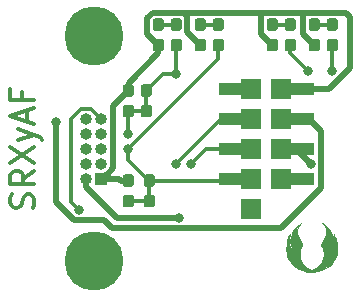
<source format=gbr>
G04 #@! TF.GenerationSoftware,KiCad,Pcbnew,(5.1.4)-1*
G04 #@! TF.CreationDate,2020-01-13T04:09:21-05:00*
G04 #@! TF.ProjectId,SRXBreakout,53525842-7265-4616-9b6f-75742e6b6963,rev?*
G04 #@! TF.SameCoordinates,Original*
G04 #@! TF.FileFunction,Copper,L1,Top*
G04 #@! TF.FilePolarity,Positive*
%FSLAX46Y46*%
G04 Gerber Fmt 4.6, Leading zero omitted, Abs format (unit mm)*
G04 Created by KiCad (PCBNEW (5.1.4)-1) date 2020-01-13 04:09:21*
%MOMM*%
%LPD*%
G04 APERTURE LIST*
%ADD10C,0.300000*%
%ADD11C,0.010000*%
%ADD12R,1.000000X1.000000*%
%ADD13O,1.000000X1.000000*%
%ADD14R,3.150000X1.000000*%
%ADD15C,0.100000*%
%ADD16C,0.950000*%
%ADD17R,1.700000X1.700000*%
%ADD18C,5.000000*%
%ADD19C,0.800000*%
%ADD20C,0.350000*%
%ADD21C,0.400000*%
%ADD22C,0.500000*%
G04 APERTURE END LIST*
D10*
X150415523Y-119300000D02*
X150510761Y-119014285D01*
X150510761Y-118538095D01*
X150415523Y-118347619D01*
X150320285Y-118252380D01*
X150129809Y-118157142D01*
X149939333Y-118157142D01*
X149748857Y-118252380D01*
X149653619Y-118347619D01*
X149558380Y-118538095D01*
X149463142Y-118919047D01*
X149367904Y-119109523D01*
X149272666Y-119204761D01*
X149082190Y-119300000D01*
X148891714Y-119300000D01*
X148701238Y-119204761D01*
X148606000Y-119109523D01*
X148510761Y-118919047D01*
X148510761Y-118442857D01*
X148606000Y-118157142D01*
X150510761Y-116157142D02*
X149558380Y-116823809D01*
X150510761Y-117300000D02*
X148510761Y-117300000D01*
X148510761Y-116538095D01*
X148606000Y-116347619D01*
X148701238Y-116252380D01*
X148891714Y-116157142D01*
X149177428Y-116157142D01*
X149367904Y-116252380D01*
X149463142Y-116347619D01*
X149558380Y-116538095D01*
X149558380Y-117300000D01*
X148510761Y-115490476D02*
X150510761Y-114157142D01*
X148510761Y-114157142D02*
X150510761Y-115490476D01*
X149177428Y-113585714D02*
X150510761Y-113109523D01*
X149177428Y-112633333D02*
X150510761Y-113109523D01*
X150986952Y-113300000D01*
X151082190Y-113395238D01*
X151177428Y-113585714D01*
X149939333Y-111966666D02*
X149939333Y-111014285D01*
X150510761Y-112157142D02*
X148510761Y-111490476D01*
X150510761Y-110823809D01*
X149463142Y-109490476D02*
X149463142Y-110157142D01*
X150510761Y-110157142D02*
X148510761Y-110157142D01*
X148510761Y-109204761D01*
D11*
G36*
X175027167Y-120626175D02*
G01*
X175264694Y-120812234D01*
X175479016Y-121059581D01*
X175652353Y-121345011D01*
X175740480Y-121557124D01*
X175785452Y-121758604D01*
X175806737Y-122001728D01*
X175804147Y-122253005D01*
X175777493Y-122478946D01*
X175746381Y-122598614D01*
X175706360Y-122732972D01*
X175703157Y-122793159D01*
X175731469Y-122776689D01*
X175785994Y-122681079D01*
X175810251Y-122628545D01*
X175918344Y-122313881D01*
X175950796Y-122025023D01*
X175917994Y-121785363D01*
X175888676Y-121658525D01*
X175874802Y-121569443D01*
X175876695Y-121543194D01*
X175901643Y-121569288D01*
X175950420Y-121654156D01*
X176010807Y-121775970D01*
X176063786Y-121898296D01*
X176098747Y-122010763D01*
X176119901Y-122137633D01*
X176131456Y-122303172D01*
X176137104Y-122504002D01*
X176142695Y-122698359D01*
X176150802Y-122861497D01*
X176160280Y-122974807D01*
X176168768Y-123018404D01*
X176173045Y-123090225D01*
X176143784Y-123215048D01*
X176089066Y-123372145D01*
X176016972Y-123540786D01*
X175935581Y-123700241D01*
X175852973Y-123829782D01*
X175851989Y-123831095D01*
X175622649Y-124091323D01*
X175356618Y-124301951D01*
X175030471Y-124481494D01*
X175027167Y-124483037D01*
X174593810Y-124646618D01*
X174173865Y-124727195D01*
X173768107Y-124724640D01*
X173661941Y-124709825D01*
X173431112Y-124653087D01*
X173167275Y-124560192D01*
X172905934Y-124444733D01*
X172745583Y-124358993D01*
X172541154Y-124211530D01*
X172334613Y-124015756D01*
X172151733Y-123799148D01*
X172018290Y-123589180D01*
X172012451Y-123577462D01*
X171962947Y-123468581D01*
X171929137Y-123367053D01*
X171907456Y-123251593D01*
X171894338Y-123100916D01*
X171886217Y-122893736D01*
X171884070Y-122811180D01*
X171891209Y-122411659D01*
X171935118Y-122079242D01*
X172017705Y-121803881D01*
X172109315Y-121623667D01*
X172174973Y-121517833D01*
X172145441Y-121623667D01*
X172104327Y-121860646D01*
X172101780Y-122114420D01*
X172134710Y-122359658D01*
X172200029Y-122571027D01*
X172277091Y-122703167D01*
X172345912Y-122787833D01*
X172317493Y-122703167D01*
X172249085Y-122409723D01*
X172225604Y-122094092D01*
X172249632Y-121805670D01*
X172336933Y-121486207D01*
X172479751Y-121202363D01*
X172689792Y-120932995D01*
X172789786Y-120829916D01*
X172912852Y-120715273D01*
X173016274Y-120629540D01*
X173091491Y-120577173D01*
X173129944Y-120562626D01*
X173123073Y-120590353D01*
X173062318Y-120664808D01*
X173019205Y-120710537D01*
X172879639Y-120912705D01*
X172807638Y-121153254D01*
X172802369Y-121420665D01*
X172863002Y-121703416D01*
X172988703Y-121989986D01*
X173127002Y-122202925D01*
X173191789Y-122292648D01*
X173218983Y-122358105D01*
X173209035Y-122428897D01*
X173162396Y-122534627D01*
X173132969Y-122594551D01*
X173059344Y-122812496D01*
X173021746Y-123073130D01*
X173021133Y-123343849D01*
X173058462Y-123592046D01*
X173099982Y-123717783D01*
X173223096Y-123944549D01*
X173383113Y-124152988D01*
X173565093Y-124329694D01*
X173754099Y-124461261D01*
X173935192Y-124534283D01*
X174021380Y-124544667D01*
X174186585Y-124507815D01*
X174369808Y-124405828D01*
X174556104Y-124251556D01*
X174730526Y-124057848D01*
X174878129Y-123837556D01*
X174907642Y-123782667D01*
X174971592Y-123643717D01*
X175007959Y-123516973D01*
X175023964Y-123367849D01*
X175026960Y-123211167D01*
X175021247Y-123012732D01*
X174998985Y-122861222D01*
X174952779Y-122719391D01*
X174910092Y-122622605D01*
X174848337Y-122486374D01*
X174820482Y-122401534D01*
X174823566Y-122343255D01*
X174854627Y-122286707D01*
X174867793Y-122267999D01*
X175078179Y-121934092D01*
X175210721Y-121629157D01*
X175265742Y-121349631D01*
X175243563Y-121091951D01*
X175144506Y-120852552D01*
X175011750Y-120673612D01*
X174900167Y-120549057D01*
X175027167Y-120626175D01*
X175027167Y-120626175D01*
G37*
X175027167Y-120626175D02*
X175264694Y-120812234D01*
X175479016Y-121059581D01*
X175652353Y-121345011D01*
X175740480Y-121557124D01*
X175785452Y-121758604D01*
X175806737Y-122001728D01*
X175804147Y-122253005D01*
X175777493Y-122478946D01*
X175746381Y-122598614D01*
X175706360Y-122732972D01*
X175703157Y-122793159D01*
X175731469Y-122776689D01*
X175785994Y-122681079D01*
X175810251Y-122628545D01*
X175918344Y-122313881D01*
X175950796Y-122025023D01*
X175917994Y-121785363D01*
X175888676Y-121658525D01*
X175874802Y-121569443D01*
X175876695Y-121543194D01*
X175901643Y-121569288D01*
X175950420Y-121654156D01*
X176010807Y-121775970D01*
X176063786Y-121898296D01*
X176098747Y-122010763D01*
X176119901Y-122137633D01*
X176131456Y-122303172D01*
X176137104Y-122504002D01*
X176142695Y-122698359D01*
X176150802Y-122861497D01*
X176160280Y-122974807D01*
X176168768Y-123018404D01*
X176173045Y-123090225D01*
X176143784Y-123215048D01*
X176089066Y-123372145D01*
X176016972Y-123540786D01*
X175935581Y-123700241D01*
X175852973Y-123829782D01*
X175851989Y-123831095D01*
X175622649Y-124091323D01*
X175356618Y-124301951D01*
X175030471Y-124481494D01*
X175027167Y-124483037D01*
X174593810Y-124646618D01*
X174173865Y-124727195D01*
X173768107Y-124724640D01*
X173661941Y-124709825D01*
X173431112Y-124653087D01*
X173167275Y-124560192D01*
X172905934Y-124444733D01*
X172745583Y-124358993D01*
X172541154Y-124211530D01*
X172334613Y-124015756D01*
X172151733Y-123799148D01*
X172018290Y-123589180D01*
X172012451Y-123577462D01*
X171962947Y-123468581D01*
X171929137Y-123367053D01*
X171907456Y-123251593D01*
X171894338Y-123100916D01*
X171886217Y-122893736D01*
X171884070Y-122811180D01*
X171891209Y-122411659D01*
X171935118Y-122079242D01*
X172017705Y-121803881D01*
X172109315Y-121623667D01*
X172174973Y-121517833D01*
X172145441Y-121623667D01*
X172104327Y-121860646D01*
X172101780Y-122114420D01*
X172134710Y-122359658D01*
X172200029Y-122571027D01*
X172277091Y-122703167D01*
X172345912Y-122787833D01*
X172317493Y-122703167D01*
X172249085Y-122409723D01*
X172225604Y-122094092D01*
X172249632Y-121805670D01*
X172336933Y-121486207D01*
X172479751Y-121202363D01*
X172689792Y-120932995D01*
X172789786Y-120829916D01*
X172912852Y-120715273D01*
X173016274Y-120629540D01*
X173091491Y-120577173D01*
X173129944Y-120562626D01*
X173123073Y-120590353D01*
X173062318Y-120664808D01*
X173019205Y-120710537D01*
X172879639Y-120912705D01*
X172807638Y-121153254D01*
X172802369Y-121420665D01*
X172863002Y-121703416D01*
X172988703Y-121989986D01*
X173127002Y-122202925D01*
X173191789Y-122292648D01*
X173218983Y-122358105D01*
X173209035Y-122428897D01*
X173162396Y-122534627D01*
X173132969Y-122594551D01*
X173059344Y-122812496D01*
X173021746Y-123073130D01*
X173021133Y-123343849D01*
X173058462Y-123592046D01*
X173099982Y-123717783D01*
X173223096Y-123944549D01*
X173383113Y-124152988D01*
X173565093Y-124329694D01*
X173754099Y-124461261D01*
X173935192Y-124534283D01*
X174021380Y-124544667D01*
X174186585Y-124507815D01*
X174369808Y-124405828D01*
X174556104Y-124251556D01*
X174730526Y-124057848D01*
X174878129Y-123837556D01*
X174907642Y-123782667D01*
X174971592Y-123643717D01*
X175007959Y-123516973D01*
X175023964Y-123367849D01*
X175026960Y-123211167D01*
X175021247Y-123012732D01*
X174998985Y-122861222D01*
X174952779Y-122719391D01*
X174910092Y-122622605D01*
X174848337Y-122486374D01*
X174820482Y-122401534D01*
X174823566Y-122343255D01*
X174854627Y-122286707D01*
X174867793Y-122267999D01*
X175078179Y-121934092D01*
X175210721Y-121629157D01*
X175265742Y-121349631D01*
X175243563Y-121091951D01*
X175144506Y-120852552D01*
X175011750Y-120673612D01*
X174900167Y-120549057D01*
X175027167Y-120626175D01*
D12*
X156210000Y-116840000D03*
D13*
X154940000Y-116840000D03*
X156210000Y-115570000D03*
X154940000Y-115570000D03*
X156210000Y-114300000D03*
X154940000Y-114300000D03*
X156210000Y-113030000D03*
X154940000Y-113030000D03*
X156210000Y-111760000D03*
X154940000Y-111760000D03*
D14*
X167655000Y-109220000D03*
X172705000Y-109220000D03*
X167655000Y-111760000D03*
X172705000Y-111760000D03*
X167655000Y-114300000D03*
X172705000Y-114300000D03*
X167655000Y-116840000D03*
X172705000Y-116840000D03*
D15*
G36*
X160280779Y-108837144D02*
G01*
X160303834Y-108840563D01*
X160326443Y-108846227D01*
X160348387Y-108854079D01*
X160369457Y-108864044D01*
X160389448Y-108876026D01*
X160408168Y-108889910D01*
X160425438Y-108905562D01*
X160441090Y-108922832D01*
X160454974Y-108941552D01*
X160466956Y-108961543D01*
X160476921Y-108982613D01*
X160484773Y-109004557D01*
X160490437Y-109027166D01*
X160493856Y-109050221D01*
X160495000Y-109073500D01*
X160495000Y-109648500D01*
X160493856Y-109671779D01*
X160490437Y-109694834D01*
X160484773Y-109717443D01*
X160476921Y-109739387D01*
X160466956Y-109760457D01*
X160454974Y-109780448D01*
X160441090Y-109799168D01*
X160425438Y-109816438D01*
X160408168Y-109832090D01*
X160389448Y-109845974D01*
X160369457Y-109857956D01*
X160348387Y-109867921D01*
X160326443Y-109875773D01*
X160303834Y-109881437D01*
X160280779Y-109884856D01*
X160257500Y-109886000D01*
X159782500Y-109886000D01*
X159759221Y-109884856D01*
X159736166Y-109881437D01*
X159713557Y-109875773D01*
X159691613Y-109867921D01*
X159670543Y-109857956D01*
X159650552Y-109845974D01*
X159631832Y-109832090D01*
X159614562Y-109816438D01*
X159598910Y-109799168D01*
X159585026Y-109780448D01*
X159573044Y-109760457D01*
X159563079Y-109739387D01*
X159555227Y-109717443D01*
X159549563Y-109694834D01*
X159546144Y-109671779D01*
X159545000Y-109648500D01*
X159545000Y-109073500D01*
X159546144Y-109050221D01*
X159549563Y-109027166D01*
X159555227Y-109004557D01*
X159563079Y-108982613D01*
X159573044Y-108961543D01*
X159585026Y-108941552D01*
X159598910Y-108922832D01*
X159614562Y-108905562D01*
X159631832Y-108889910D01*
X159650552Y-108876026D01*
X159670543Y-108864044D01*
X159691613Y-108854079D01*
X159713557Y-108846227D01*
X159736166Y-108840563D01*
X159759221Y-108837144D01*
X159782500Y-108836000D01*
X160257500Y-108836000D01*
X160280779Y-108837144D01*
X160280779Y-108837144D01*
G37*
D16*
X160020000Y-109361000D03*
D15*
G36*
X160280779Y-110587144D02*
G01*
X160303834Y-110590563D01*
X160326443Y-110596227D01*
X160348387Y-110604079D01*
X160369457Y-110614044D01*
X160389448Y-110626026D01*
X160408168Y-110639910D01*
X160425438Y-110655562D01*
X160441090Y-110672832D01*
X160454974Y-110691552D01*
X160466956Y-110711543D01*
X160476921Y-110732613D01*
X160484773Y-110754557D01*
X160490437Y-110777166D01*
X160493856Y-110800221D01*
X160495000Y-110823500D01*
X160495000Y-111398500D01*
X160493856Y-111421779D01*
X160490437Y-111444834D01*
X160484773Y-111467443D01*
X160476921Y-111489387D01*
X160466956Y-111510457D01*
X160454974Y-111530448D01*
X160441090Y-111549168D01*
X160425438Y-111566438D01*
X160408168Y-111582090D01*
X160389448Y-111595974D01*
X160369457Y-111607956D01*
X160348387Y-111617921D01*
X160326443Y-111625773D01*
X160303834Y-111631437D01*
X160280779Y-111634856D01*
X160257500Y-111636000D01*
X159782500Y-111636000D01*
X159759221Y-111634856D01*
X159736166Y-111631437D01*
X159713557Y-111625773D01*
X159691613Y-111617921D01*
X159670543Y-111607956D01*
X159650552Y-111595974D01*
X159631832Y-111582090D01*
X159614562Y-111566438D01*
X159598910Y-111549168D01*
X159585026Y-111530448D01*
X159573044Y-111510457D01*
X159563079Y-111489387D01*
X159555227Y-111467443D01*
X159549563Y-111444834D01*
X159546144Y-111421779D01*
X159545000Y-111398500D01*
X159545000Y-110823500D01*
X159546144Y-110800221D01*
X159549563Y-110777166D01*
X159555227Y-110754557D01*
X159563079Y-110732613D01*
X159573044Y-110711543D01*
X159585026Y-110691552D01*
X159598910Y-110672832D01*
X159614562Y-110655562D01*
X159631832Y-110639910D01*
X159650552Y-110626026D01*
X159670543Y-110614044D01*
X159691613Y-110604079D01*
X159713557Y-110596227D01*
X159736166Y-110590563D01*
X159759221Y-110587144D01*
X159782500Y-110586000D01*
X160257500Y-110586000D01*
X160280779Y-110587144D01*
X160280779Y-110587144D01*
G37*
D16*
X160020000Y-111111000D03*
D15*
G36*
X160534779Y-118207144D02*
G01*
X160557834Y-118210563D01*
X160580443Y-118216227D01*
X160602387Y-118224079D01*
X160623457Y-118234044D01*
X160643448Y-118246026D01*
X160662168Y-118259910D01*
X160679438Y-118275562D01*
X160695090Y-118292832D01*
X160708974Y-118311552D01*
X160720956Y-118331543D01*
X160730921Y-118352613D01*
X160738773Y-118374557D01*
X160744437Y-118397166D01*
X160747856Y-118420221D01*
X160749000Y-118443500D01*
X160749000Y-119018500D01*
X160747856Y-119041779D01*
X160744437Y-119064834D01*
X160738773Y-119087443D01*
X160730921Y-119109387D01*
X160720956Y-119130457D01*
X160708974Y-119150448D01*
X160695090Y-119169168D01*
X160679438Y-119186438D01*
X160662168Y-119202090D01*
X160643448Y-119215974D01*
X160623457Y-119227956D01*
X160602387Y-119237921D01*
X160580443Y-119245773D01*
X160557834Y-119251437D01*
X160534779Y-119254856D01*
X160511500Y-119256000D01*
X160036500Y-119256000D01*
X160013221Y-119254856D01*
X159990166Y-119251437D01*
X159967557Y-119245773D01*
X159945613Y-119237921D01*
X159924543Y-119227956D01*
X159904552Y-119215974D01*
X159885832Y-119202090D01*
X159868562Y-119186438D01*
X159852910Y-119169168D01*
X159839026Y-119150448D01*
X159827044Y-119130457D01*
X159817079Y-119109387D01*
X159809227Y-119087443D01*
X159803563Y-119064834D01*
X159800144Y-119041779D01*
X159799000Y-119018500D01*
X159799000Y-118443500D01*
X159800144Y-118420221D01*
X159803563Y-118397166D01*
X159809227Y-118374557D01*
X159817079Y-118352613D01*
X159827044Y-118331543D01*
X159839026Y-118311552D01*
X159852910Y-118292832D01*
X159868562Y-118275562D01*
X159885832Y-118259910D01*
X159904552Y-118246026D01*
X159924543Y-118234044D01*
X159945613Y-118224079D01*
X159967557Y-118216227D01*
X159990166Y-118210563D01*
X160013221Y-118207144D01*
X160036500Y-118206000D01*
X160511500Y-118206000D01*
X160534779Y-118207144D01*
X160534779Y-118207144D01*
G37*
D16*
X160274000Y-118731000D03*
D15*
G36*
X160534779Y-116457144D02*
G01*
X160557834Y-116460563D01*
X160580443Y-116466227D01*
X160602387Y-116474079D01*
X160623457Y-116484044D01*
X160643448Y-116496026D01*
X160662168Y-116509910D01*
X160679438Y-116525562D01*
X160695090Y-116542832D01*
X160708974Y-116561552D01*
X160720956Y-116581543D01*
X160730921Y-116602613D01*
X160738773Y-116624557D01*
X160744437Y-116647166D01*
X160747856Y-116670221D01*
X160749000Y-116693500D01*
X160749000Y-117268500D01*
X160747856Y-117291779D01*
X160744437Y-117314834D01*
X160738773Y-117337443D01*
X160730921Y-117359387D01*
X160720956Y-117380457D01*
X160708974Y-117400448D01*
X160695090Y-117419168D01*
X160679438Y-117436438D01*
X160662168Y-117452090D01*
X160643448Y-117465974D01*
X160623457Y-117477956D01*
X160602387Y-117487921D01*
X160580443Y-117495773D01*
X160557834Y-117501437D01*
X160534779Y-117504856D01*
X160511500Y-117506000D01*
X160036500Y-117506000D01*
X160013221Y-117504856D01*
X159990166Y-117501437D01*
X159967557Y-117495773D01*
X159945613Y-117487921D01*
X159924543Y-117477956D01*
X159904552Y-117465974D01*
X159885832Y-117452090D01*
X159868562Y-117436438D01*
X159852910Y-117419168D01*
X159839026Y-117400448D01*
X159827044Y-117380457D01*
X159817079Y-117359387D01*
X159809227Y-117337443D01*
X159803563Y-117314834D01*
X159800144Y-117291779D01*
X159799000Y-117268500D01*
X159799000Y-116693500D01*
X159800144Y-116670221D01*
X159803563Y-116647166D01*
X159809227Y-116624557D01*
X159817079Y-116602613D01*
X159827044Y-116581543D01*
X159839026Y-116561552D01*
X159852910Y-116542832D01*
X159868562Y-116525562D01*
X159885832Y-116509910D01*
X159904552Y-116496026D01*
X159924543Y-116484044D01*
X159945613Y-116474079D01*
X159967557Y-116466227D01*
X159990166Y-116460563D01*
X160013221Y-116457144D01*
X160036500Y-116456000D01*
X160511500Y-116456000D01*
X160534779Y-116457144D01*
X160534779Y-116457144D01*
G37*
D16*
X160274000Y-116981000D03*
D15*
G36*
X176028779Y-103249144D02*
G01*
X176051834Y-103252563D01*
X176074443Y-103258227D01*
X176096387Y-103266079D01*
X176117457Y-103276044D01*
X176137448Y-103288026D01*
X176156168Y-103301910D01*
X176173438Y-103317562D01*
X176189090Y-103334832D01*
X176202974Y-103353552D01*
X176214956Y-103373543D01*
X176224921Y-103394613D01*
X176232773Y-103416557D01*
X176238437Y-103439166D01*
X176241856Y-103462221D01*
X176243000Y-103485500D01*
X176243000Y-104060500D01*
X176241856Y-104083779D01*
X176238437Y-104106834D01*
X176232773Y-104129443D01*
X176224921Y-104151387D01*
X176214956Y-104172457D01*
X176202974Y-104192448D01*
X176189090Y-104211168D01*
X176173438Y-104228438D01*
X176156168Y-104244090D01*
X176137448Y-104257974D01*
X176117457Y-104269956D01*
X176096387Y-104279921D01*
X176074443Y-104287773D01*
X176051834Y-104293437D01*
X176028779Y-104296856D01*
X176005500Y-104298000D01*
X175530500Y-104298000D01*
X175507221Y-104296856D01*
X175484166Y-104293437D01*
X175461557Y-104287773D01*
X175439613Y-104279921D01*
X175418543Y-104269956D01*
X175398552Y-104257974D01*
X175379832Y-104244090D01*
X175362562Y-104228438D01*
X175346910Y-104211168D01*
X175333026Y-104192448D01*
X175321044Y-104172457D01*
X175311079Y-104151387D01*
X175303227Y-104129443D01*
X175297563Y-104106834D01*
X175294144Y-104083779D01*
X175293000Y-104060500D01*
X175293000Y-103485500D01*
X175294144Y-103462221D01*
X175297563Y-103439166D01*
X175303227Y-103416557D01*
X175311079Y-103394613D01*
X175321044Y-103373543D01*
X175333026Y-103353552D01*
X175346910Y-103334832D01*
X175362562Y-103317562D01*
X175379832Y-103301910D01*
X175398552Y-103288026D01*
X175418543Y-103276044D01*
X175439613Y-103266079D01*
X175461557Y-103258227D01*
X175484166Y-103252563D01*
X175507221Y-103249144D01*
X175530500Y-103248000D01*
X176005500Y-103248000D01*
X176028779Y-103249144D01*
X176028779Y-103249144D01*
G37*
D16*
X175768000Y-103773000D03*
D15*
G36*
X176028779Y-104999144D02*
G01*
X176051834Y-105002563D01*
X176074443Y-105008227D01*
X176096387Y-105016079D01*
X176117457Y-105026044D01*
X176137448Y-105038026D01*
X176156168Y-105051910D01*
X176173438Y-105067562D01*
X176189090Y-105084832D01*
X176202974Y-105103552D01*
X176214956Y-105123543D01*
X176224921Y-105144613D01*
X176232773Y-105166557D01*
X176238437Y-105189166D01*
X176241856Y-105212221D01*
X176243000Y-105235500D01*
X176243000Y-105810500D01*
X176241856Y-105833779D01*
X176238437Y-105856834D01*
X176232773Y-105879443D01*
X176224921Y-105901387D01*
X176214956Y-105922457D01*
X176202974Y-105942448D01*
X176189090Y-105961168D01*
X176173438Y-105978438D01*
X176156168Y-105994090D01*
X176137448Y-106007974D01*
X176117457Y-106019956D01*
X176096387Y-106029921D01*
X176074443Y-106037773D01*
X176051834Y-106043437D01*
X176028779Y-106046856D01*
X176005500Y-106048000D01*
X175530500Y-106048000D01*
X175507221Y-106046856D01*
X175484166Y-106043437D01*
X175461557Y-106037773D01*
X175439613Y-106029921D01*
X175418543Y-106019956D01*
X175398552Y-106007974D01*
X175379832Y-105994090D01*
X175362562Y-105978438D01*
X175346910Y-105961168D01*
X175333026Y-105942448D01*
X175321044Y-105922457D01*
X175311079Y-105901387D01*
X175303227Y-105879443D01*
X175297563Y-105856834D01*
X175294144Y-105833779D01*
X175293000Y-105810500D01*
X175293000Y-105235500D01*
X175294144Y-105212221D01*
X175297563Y-105189166D01*
X175303227Y-105166557D01*
X175311079Y-105144613D01*
X175321044Y-105123543D01*
X175333026Y-105103552D01*
X175346910Y-105084832D01*
X175362562Y-105067562D01*
X175379832Y-105051910D01*
X175398552Y-105038026D01*
X175418543Y-105026044D01*
X175439613Y-105016079D01*
X175461557Y-105008227D01*
X175484166Y-105002563D01*
X175507221Y-104999144D01*
X175530500Y-104998000D01*
X176005500Y-104998000D01*
X176028779Y-104999144D01*
X176028779Y-104999144D01*
G37*
D16*
X175768000Y-105523000D03*
D15*
G36*
X172472779Y-104999144D02*
G01*
X172495834Y-105002563D01*
X172518443Y-105008227D01*
X172540387Y-105016079D01*
X172561457Y-105026044D01*
X172581448Y-105038026D01*
X172600168Y-105051910D01*
X172617438Y-105067562D01*
X172633090Y-105084832D01*
X172646974Y-105103552D01*
X172658956Y-105123543D01*
X172668921Y-105144613D01*
X172676773Y-105166557D01*
X172682437Y-105189166D01*
X172685856Y-105212221D01*
X172687000Y-105235500D01*
X172687000Y-105810500D01*
X172685856Y-105833779D01*
X172682437Y-105856834D01*
X172676773Y-105879443D01*
X172668921Y-105901387D01*
X172658956Y-105922457D01*
X172646974Y-105942448D01*
X172633090Y-105961168D01*
X172617438Y-105978438D01*
X172600168Y-105994090D01*
X172581448Y-106007974D01*
X172561457Y-106019956D01*
X172540387Y-106029921D01*
X172518443Y-106037773D01*
X172495834Y-106043437D01*
X172472779Y-106046856D01*
X172449500Y-106048000D01*
X171974500Y-106048000D01*
X171951221Y-106046856D01*
X171928166Y-106043437D01*
X171905557Y-106037773D01*
X171883613Y-106029921D01*
X171862543Y-106019956D01*
X171842552Y-106007974D01*
X171823832Y-105994090D01*
X171806562Y-105978438D01*
X171790910Y-105961168D01*
X171777026Y-105942448D01*
X171765044Y-105922457D01*
X171755079Y-105901387D01*
X171747227Y-105879443D01*
X171741563Y-105856834D01*
X171738144Y-105833779D01*
X171737000Y-105810500D01*
X171737000Y-105235500D01*
X171738144Y-105212221D01*
X171741563Y-105189166D01*
X171747227Y-105166557D01*
X171755079Y-105144613D01*
X171765044Y-105123543D01*
X171777026Y-105103552D01*
X171790910Y-105084832D01*
X171806562Y-105067562D01*
X171823832Y-105051910D01*
X171842552Y-105038026D01*
X171862543Y-105026044D01*
X171883613Y-105016079D01*
X171905557Y-105008227D01*
X171928166Y-105002563D01*
X171951221Y-104999144D01*
X171974500Y-104998000D01*
X172449500Y-104998000D01*
X172472779Y-104999144D01*
X172472779Y-104999144D01*
G37*
D16*
X172212000Y-105523000D03*
D15*
G36*
X172472779Y-103249144D02*
G01*
X172495834Y-103252563D01*
X172518443Y-103258227D01*
X172540387Y-103266079D01*
X172561457Y-103276044D01*
X172581448Y-103288026D01*
X172600168Y-103301910D01*
X172617438Y-103317562D01*
X172633090Y-103334832D01*
X172646974Y-103353552D01*
X172658956Y-103373543D01*
X172668921Y-103394613D01*
X172676773Y-103416557D01*
X172682437Y-103439166D01*
X172685856Y-103462221D01*
X172687000Y-103485500D01*
X172687000Y-104060500D01*
X172685856Y-104083779D01*
X172682437Y-104106834D01*
X172676773Y-104129443D01*
X172668921Y-104151387D01*
X172658956Y-104172457D01*
X172646974Y-104192448D01*
X172633090Y-104211168D01*
X172617438Y-104228438D01*
X172600168Y-104244090D01*
X172581448Y-104257974D01*
X172561457Y-104269956D01*
X172540387Y-104279921D01*
X172518443Y-104287773D01*
X172495834Y-104293437D01*
X172472779Y-104296856D01*
X172449500Y-104298000D01*
X171974500Y-104298000D01*
X171951221Y-104296856D01*
X171928166Y-104293437D01*
X171905557Y-104287773D01*
X171883613Y-104279921D01*
X171862543Y-104269956D01*
X171842552Y-104257974D01*
X171823832Y-104244090D01*
X171806562Y-104228438D01*
X171790910Y-104211168D01*
X171777026Y-104192448D01*
X171765044Y-104172457D01*
X171755079Y-104151387D01*
X171747227Y-104129443D01*
X171741563Y-104106834D01*
X171738144Y-104083779D01*
X171737000Y-104060500D01*
X171737000Y-103485500D01*
X171738144Y-103462221D01*
X171741563Y-103439166D01*
X171747227Y-103416557D01*
X171755079Y-103394613D01*
X171765044Y-103373543D01*
X171777026Y-103353552D01*
X171790910Y-103334832D01*
X171806562Y-103317562D01*
X171823832Y-103301910D01*
X171842552Y-103288026D01*
X171862543Y-103276044D01*
X171883613Y-103266079D01*
X171905557Y-103258227D01*
X171928166Y-103252563D01*
X171951221Y-103249144D01*
X171974500Y-103248000D01*
X172449500Y-103248000D01*
X172472779Y-103249144D01*
X172472779Y-103249144D01*
G37*
D16*
X172212000Y-103773000D03*
D15*
G36*
X166376779Y-103249144D02*
G01*
X166399834Y-103252563D01*
X166422443Y-103258227D01*
X166444387Y-103266079D01*
X166465457Y-103276044D01*
X166485448Y-103288026D01*
X166504168Y-103301910D01*
X166521438Y-103317562D01*
X166537090Y-103334832D01*
X166550974Y-103353552D01*
X166562956Y-103373543D01*
X166572921Y-103394613D01*
X166580773Y-103416557D01*
X166586437Y-103439166D01*
X166589856Y-103462221D01*
X166591000Y-103485500D01*
X166591000Y-104060500D01*
X166589856Y-104083779D01*
X166586437Y-104106834D01*
X166580773Y-104129443D01*
X166572921Y-104151387D01*
X166562956Y-104172457D01*
X166550974Y-104192448D01*
X166537090Y-104211168D01*
X166521438Y-104228438D01*
X166504168Y-104244090D01*
X166485448Y-104257974D01*
X166465457Y-104269956D01*
X166444387Y-104279921D01*
X166422443Y-104287773D01*
X166399834Y-104293437D01*
X166376779Y-104296856D01*
X166353500Y-104298000D01*
X165878500Y-104298000D01*
X165855221Y-104296856D01*
X165832166Y-104293437D01*
X165809557Y-104287773D01*
X165787613Y-104279921D01*
X165766543Y-104269956D01*
X165746552Y-104257974D01*
X165727832Y-104244090D01*
X165710562Y-104228438D01*
X165694910Y-104211168D01*
X165681026Y-104192448D01*
X165669044Y-104172457D01*
X165659079Y-104151387D01*
X165651227Y-104129443D01*
X165645563Y-104106834D01*
X165642144Y-104083779D01*
X165641000Y-104060500D01*
X165641000Y-103485500D01*
X165642144Y-103462221D01*
X165645563Y-103439166D01*
X165651227Y-103416557D01*
X165659079Y-103394613D01*
X165669044Y-103373543D01*
X165681026Y-103353552D01*
X165694910Y-103334832D01*
X165710562Y-103317562D01*
X165727832Y-103301910D01*
X165746552Y-103288026D01*
X165766543Y-103276044D01*
X165787613Y-103266079D01*
X165809557Y-103258227D01*
X165832166Y-103252563D01*
X165855221Y-103249144D01*
X165878500Y-103248000D01*
X166353500Y-103248000D01*
X166376779Y-103249144D01*
X166376779Y-103249144D01*
G37*
D16*
X166116000Y-103773000D03*
D15*
G36*
X166376779Y-104999144D02*
G01*
X166399834Y-105002563D01*
X166422443Y-105008227D01*
X166444387Y-105016079D01*
X166465457Y-105026044D01*
X166485448Y-105038026D01*
X166504168Y-105051910D01*
X166521438Y-105067562D01*
X166537090Y-105084832D01*
X166550974Y-105103552D01*
X166562956Y-105123543D01*
X166572921Y-105144613D01*
X166580773Y-105166557D01*
X166586437Y-105189166D01*
X166589856Y-105212221D01*
X166591000Y-105235500D01*
X166591000Y-105810500D01*
X166589856Y-105833779D01*
X166586437Y-105856834D01*
X166580773Y-105879443D01*
X166572921Y-105901387D01*
X166562956Y-105922457D01*
X166550974Y-105942448D01*
X166537090Y-105961168D01*
X166521438Y-105978438D01*
X166504168Y-105994090D01*
X166485448Y-106007974D01*
X166465457Y-106019956D01*
X166444387Y-106029921D01*
X166422443Y-106037773D01*
X166399834Y-106043437D01*
X166376779Y-106046856D01*
X166353500Y-106048000D01*
X165878500Y-106048000D01*
X165855221Y-106046856D01*
X165832166Y-106043437D01*
X165809557Y-106037773D01*
X165787613Y-106029921D01*
X165766543Y-106019956D01*
X165746552Y-106007974D01*
X165727832Y-105994090D01*
X165710562Y-105978438D01*
X165694910Y-105961168D01*
X165681026Y-105942448D01*
X165669044Y-105922457D01*
X165659079Y-105901387D01*
X165651227Y-105879443D01*
X165645563Y-105856834D01*
X165642144Y-105833779D01*
X165641000Y-105810500D01*
X165641000Y-105235500D01*
X165642144Y-105212221D01*
X165645563Y-105189166D01*
X165651227Y-105166557D01*
X165659079Y-105144613D01*
X165669044Y-105123543D01*
X165681026Y-105103552D01*
X165694910Y-105084832D01*
X165710562Y-105067562D01*
X165727832Y-105051910D01*
X165746552Y-105038026D01*
X165766543Y-105026044D01*
X165787613Y-105016079D01*
X165809557Y-105008227D01*
X165832166Y-105002563D01*
X165855221Y-104999144D01*
X165878500Y-104998000D01*
X166353500Y-104998000D01*
X166376779Y-104999144D01*
X166376779Y-104999144D01*
G37*
D16*
X166116000Y-105523000D03*
D15*
G36*
X162820779Y-104999144D02*
G01*
X162843834Y-105002563D01*
X162866443Y-105008227D01*
X162888387Y-105016079D01*
X162909457Y-105026044D01*
X162929448Y-105038026D01*
X162948168Y-105051910D01*
X162965438Y-105067562D01*
X162981090Y-105084832D01*
X162994974Y-105103552D01*
X163006956Y-105123543D01*
X163016921Y-105144613D01*
X163024773Y-105166557D01*
X163030437Y-105189166D01*
X163033856Y-105212221D01*
X163035000Y-105235500D01*
X163035000Y-105810500D01*
X163033856Y-105833779D01*
X163030437Y-105856834D01*
X163024773Y-105879443D01*
X163016921Y-105901387D01*
X163006956Y-105922457D01*
X162994974Y-105942448D01*
X162981090Y-105961168D01*
X162965438Y-105978438D01*
X162948168Y-105994090D01*
X162929448Y-106007974D01*
X162909457Y-106019956D01*
X162888387Y-106029921D01*
X162866443Y-106037773D01*
X162843834Y-106043437D01*
X162820779Y-106046856D01*
X162797500Y-106048000D01*
X162322500Y-106048000D01*
X162299221Y-106046856D01*
X162276166Y-106043437D01*
X162253557Y-106037773D01*
X162231613Y-106029921D01*
X162210543Y-106019956D01*
X162190552Y-106007974D01*
X162171832Y-105994090D01*
X162154562Y-105978438D01*
X162138910Y-105961168D01*
X162125026Y-105942448D01*
X162113044Y-105922457D01*
X162103079Y-105901387D01*
X162095227Y-105879443D01*
X162089563Y-105856834D01*
X162086144Y-105833779D01*
X162085000Y-105810500D01*
X162085000Y-105235500D01*
X162086144Y-105212221D01*
X162089563Y-105189166D01*
X162095227Y-105166557D01*
X162103079Y-105144613D01*
X162113044Y-105123543D01*
X162125026Y-105103552D01*
X162138910Y-105084832D01*
X162154562Y-105067562D01*
X162171832Y-105051910D01*
X162190552Y-105038026D01*
X162210543Y-105026044D01*
X162231613Y-105016079D01*
X162253557Y-105008227D01*
X162276166Y-105002563D01*
X162299221Y-104999144D01*
X162322500Y-104998000D01*
X162797500Y-104998000D01*
X162820779Y-104999144D01*
X162820779Y-104999144D01*
G37*
D16*
X162560000Y-105523000D03*
D15*
G36*
X162820779Y-103249144D02*
G01*
X162843834Y-103252563D01*
X162866443Y-103258227D01*
X162888387Y-103266079D01*
X162909457Y-103276044D01*
X162929448Y-103288026D01*
X162948168Y-103301910D01*
X162965438Y-103317562D01*
X162981090Y-103334832D01*
X162994974Y-103353552D01*
X163006956Y-103373543D01*
X163016921Y-103394613D01*
X163024773Y-103416557D01*
X163030437Y-103439166D01*
X163033856Y-103462221D01*
X163035000Y-103485500D01*
X163035000Y-104060500D01*
X163033856Y-104083779D01*
X163030437Y-104106834D01*
X163024773Y-104129443D01*
X163016921Y-104151387D01*
X163006956Y-104172457D01*
X162994974Y-104192448D01*
X162981090Y-104211168D01*
X162965438Y-104228438D01*
X162948168Y-104244090D01*
X162929448Y-104257974D01*
X162909457Y-104269956D01*
X162888387Y-104279921D01*
X162866443Y-104287773D01*
X162843834Y-104293437D01*
X162820779Y-104296856D01*
X162797500Y-104298000D01*
X162322500Y-104298000D01*
X162299221Y-104296856D01*
X162276166Y-104293437D01*
X162253557Y-104287773D01*
X162231613Y-104279921D01*
X162210543Y-104269956D01*
X162190552Y-104257974D01*
X162171832Y-104244090D01*
X162154562Y-104228438D01*
X162138910Y-104211168D01*
X162125026Y-104192448D01*
X162113044Y-104172457D01*
X162103079Y-104151387D01*
X162095227Y-104129443D01*
X162089563Y-104106834D01*
X162086144Y-104083779D01*
X162085000Y-104060500D01*
X162085000Y-103485500D01*
X162086144Y-103462221D01*
X162089563Y-103439166D01*
X162095227Y-103416557D01*
X162103079Y-103394613D01*
X162113044Y-103373543D01*
X162125026Y-103353552D01*
X162138910Y-103334832D01*
X162154562Y-103317562D01*
X162171832Y-103301910D01*
X162190552Y-103288026D01*
X162210543Y-103276044D01*
X162231613Y-103266079D01*
X162253557Y-103258227D01*
X162276166Y-103252563D01*
X162299221Y-103249144D01*
X162322500Y-103248000D01*
X162797500Y-103248000D01*
X162820779Y-103249144D01*
X162820779Y-103249144D01*
G37*
D16*
X162560000Y-103773000D03*
D15*
G36*
X158756779Y-110587144D02*
G01*
X158779834Y-110590563D01*
X158802443Y-110596227D01*
X158824387Y-110604079D01*
X158845457Y-110614044D01*
X158865448Y-110626026D01*
X158884168Y-110639910D01*
X158901438Y-110655562D01*
X158917090Y-110672832D01*
X158930974Y-110691552D01*
X158942956Y-110711543D01*
X158952921Y-110732613D01*
X158960773Y-110754557D01*
X158966437Y-110777166D01*
X158969856Y-110800221D01*
X158971000Y-110823500D01*
X158971000Y-111398500D01*
X158969856Y-111421779D01*
X158966437Y-111444834D01*
X158960773Y-111467443D01*
X158952921Y-111489387D01*
X158942956Y-111510457D01*
X158930974Y-111530448D01*
X158917090Y-111549168D01*
X158901438Y-111566438D01*
X158884168Y-111582090D01*
X158865448Y-111595974D01*
X158845457Y-111607956D01*
X158824387Y-111617921D01*
X158802443Y-111625773D01*
X158779834Y-111631437D01*
X158756779Y-111634856D01*
X158733500Y-111636000D01*
X158258500Y-111636000D01*
X158235221Y-111634856D01*
X158212166Y-111631437D01*
X158189557Y-111625773D01*
X158167613Y-111617921D01*
X158146543Y-111607956D01*
X158126552Y-111595974D01*
X158107832Y-111582090D01*
X158090562Y-111566438D01*
X158074910Y-111549168D01*
X158061026Y-111530448D01*
X158049044Y-111510457D01*
X158039079Y-111489387D01*
X158031227Y-111467443D01*
X158025563Y-111444834D01*
X158022144Y-111421779D01*
X158021000Y-111398500D01*
X158021000Y-110823500D01*
X158022144Y-110800221D01*
X158025563Y-110777166D01*
X158031227Y-110754557D01*
X158039079Y-110732613D01*
X158049044Y-110711543D01*
X158061026Y-110691552D01*
X158074910Y-110672832D01*
X158090562Y-110655562D01*
X158107832Y-110639910D01*
X158126552Y-110626026D01*
X158146543Y-110614044D01*
X158167613Y-110604079D01*
X158189557Y-110596227D01*
X158212166Y-110590563D01*
X158235221Y-110587144D01*
X158258500Y-110586000D01*
X158733500Y-110586000D01*
X158756779Y-110587144D01*
X158756779Y-110587144D01*
G37*
D16*
X158496000Y-111111000D03*
D15*
G36*
X158756779Y-108837144D02*
G01*
X158779834Y-108840563D01*
X158802443Y-108846227D01*
X158824387Y-108854079D01*
X158845457Y-108864044D01*
X158865448Y-108876026D01*
X158884168Y-108889910D01*
X158901438Y-108905562D01*
X158917090Y-108922832D01*
X158930974Y-108941552D01*
X158942956Y-108961543D01*
X158952921Y-108982613D01*
X158960773Y-109004557D01*
X158966437Y-109027166D01*
X158969856Y-109050221D01*
X158971000Y-109073500D01*
X158971000Y-109648500D01*
X158969856Y-109671779D01*
X158966437Y-109694834D01*
X158960773Y-109717443D01*
X158952921Y-109739387D01*
X158942956Y-109760457D01*
X158930974Y-109780448D01*
X158917090Y-109799168D01*
X158901438Y-109816438D01*
X158884168Y-109832090D01*
X158865448Y-109845974D01*
X158845457Y-109857956D01*
X158824387Y-109867921D01*
X158802443Y-109875773D01*
X158779834Y-109881437D01*
X158756779Y-109884856D01*
X158733500Y-109886000D01*
X158258500Y-109886000D01*
X158235221Y-109884856D01*
X158212166Y-109881437D01*
X158189557Y-109875773D01*
X158167613Y-109867921D01*
X158146543Y-109857956D01*
X158126552Y-109845974D01*
X158107832Y-109832090D01*
X158090562Y-109816438D01*
X158074910Y-109799168D01*
X158061026Y-109780448D01*
X158049044Y-109760457D01*
X158039079Y-109739387D01*
X158031227Y-109717443D01*
X158025563Y-109694834D01*
X158022144Y-109671779D01*
X158021000Y-109648500D01*
X158021000Y-109073500D01*
X158022144Y-109050221D01*
X158025563Y-109027166D01*
X158031227Y-109004557D01*
X158039079Y-108982613D01*
X158049044Y-108961543D01*
X158061026Y-108941552D01*
X158074910Y-108922832D01*
X158090562Y-108905562D01*
X158107832Y-108889910D01*
X158126552Y-108876026D01*
X158146543Y-108864044D01*
X158167613Y-108854079D01*
X158189557Y-108846227D01*
X158212166Y-108840563D01*
X158235221Y-108837144D01*
X158258500Y-108836000D01*
X158733500Y-108836000D01*
X158756779Y-108837144D01*
X158756779Y-108837144D01*
G37*
D16*
X158496000Y-109361000D03*
D15*
G36*
X158756779Y-118207144D02*
G01*
X158779834Y-118210563D01*
X158802443Y-118216227D01*
X158824387Y-118224079D01*
X158845457Y-118234044D01*
X158865448Y-118246026D01*
X158884168Y-118259910D01*
X158901438Y-118275562D01*
X158917090Y-118292832D01*
X158930974Y-118311552D01*
X158942956Y-118331543D01*
X158952921Y-118352613D01*
X158960773Y-118374557D01*
X158966437Y-118397166D01*
X158969856Y-118420221D01*
X158971000Y-118443500D01*
X158971000Y-119018500D01*
X158969856Y-119041779D01*
X158966437Y-119064834D01*
X158960773Y-119087443D01*
X158952921Y-119109387D01*
X158942956Y-119130457D01*
X158930974Y-119150448D01*
X158917090Y-119169168D01*
X158901438Y-119186438D01*
X158884168Y-119202090D01*
X158865448Y-119215974D01*
X158845457Y-119227956D01*
X158824387Y-119237921D01*
X158802443Y-119245773D01*
X158779834Y-119251437D01*
X158756779Y-119254856D01*
X158733500Y-119256000D01*
X158258500Y-119256000D01*
X158235221Y-119254856D01*
X158212166Y-119251437D01*
X158189557Y-119245773D01*
X158167613Y-119237921D01*
X158146543Y-119227956D01*
X158126552Y-119215974D01*
X158107832Y-119202090D01*
X158090562Y-119186438D01*
X158074910Y-119169168D01*
X158061026Y-119150448D01*
X158049044Y-119130457D01*
X158039079Y-119109387D01*
X158031227Y-119087443D01*
X158025563Y-119064834D01*
X158022144Y-119041779D01*
X158021000Y-119018500D01*
X158021000Y-118443500D01*
X158022144Y-118420221D01*
X158025563Y-118397166D01*
X158031227Y-118374557D01*
X158039079Y-118352613D01*
X158049044Y-118331543D01*
X158061026Y-118311552D01*
X158074910Y-118292832D01*
X158090562Y-118275562D01*
X158107832Y-118259910D01*
X158126552Y-118246026D01*
X158146543Y-118234044D01*
X158167613Y-118224079D01*
X158189557Y-118216227D01*
X158212166Y-118210563D01*
X158235221Y-118207144D01*
X158258500Y-118206000D01*
X158733500Y-118206000D01*
X158756779Y-118207144D01*
X158756779Y-118207144D01*
G37*
D16*
X158496000Y-118731000D03*
D15*
G36*
X158756779Y-116457144D02*
G01*
X158779834Y-116460563D01*
X158802443Y-116466227D01*
X158824387Y-116474079D01*
X158845457Y-116484044D01*
X158865448Y-116496026D01*
X158884168Y-116509910D01*
X158901438Y-116525562D01*
X158917090Y-116542832D01*
X158930974Y-116561552D01*
X158942956Y-116581543D01*
X158952921Y-116602613D01*
X158960773Y-116624557D01*
X158966437Y-116647166D01*
X158969856Y-116670221D01*
X158971000Y-116693500D01*
X158971000Y-117268500D01*
X158969856Y-117291779D01*
X158966437Y-117314834D01*
X158960773Y-117337443D01*
X158952921Y-117359387D01*
X158942956Y-117380457D01*
X158930974Y-117400448D01*
X158917090Y-117419168D01*
X158901438Y-117436438D01*
X158884168Y-117452090D01*
X158865448Y-117465974D01*
X158845457Y-117477956D01*
X158824387Y-117487921D01*
X158802443Y-117495773D01*
X158779834Y-117501437D01*
X158756779Y-117504856D01*
X158733500Y-117506000D01*
X158258500Y-117506000D01*
X158235221Y-117504856D01*
X158212166Y-117501437D01*
X158189557Y-117495773D01*
X158167613Y-117487921D01*
X158146543Y-117477956D01*
X158126552Y-117465974D01*
X158107832Y-117452090D01*
X158090562Y-117436438D01*
X158074910Y-117419168D01*
X158061026Y-117400448D01*
X158049044Y-117380457D01*
X158039079Y-117359387D01*
X158031227Y-117337443D01*
X158025563Y-117314834D01*
X158022144Y-117291779D01*
X158021000Y-117268500D01*
X158021000Y-116693500D01*
X158022144Y-116670221D01*
X158025563Y-116647166D01*
X158031227Y-116624557D01*
X158039079Y-116602613D01*
X158049044Y-116581543D01*
X158061026Y-116561552D01*
X158074910Y-116542832D01*
X158090562Y-116525562D01*
X158107832Y-116509910D01*
X158126552Y-116496026D01*
X158146543Y-116484044D01*
X158167613Y-116474079D01*
X158189557Y-116466227D01*
X158212166Y-116460563D01*
X158235221Y-116457144D01*
X158258500Y-116456000D01*
X158733500Y-116456000D01*
X158756779Y-116457144D01*
X158756779Y-116457144D01*
G37*
D16*
X158496000Y-116981000D03*
D15*
G36*
X174504779Y-104999144D02*
G01*
X174527834Y-105002563D01*
X174550443Y-105008227D01*
X174572387Y-105016079D01*
X174593457Y-105026044D01*
X174613448Y-105038026D01*
X174632168Y-105051910D01*
X174649438Y-105067562D01*
X174665090Y-105084832D01*
X174678974Y-105103552D01*
X174690956Y-105123543D01*
X174700921Y-105144613D01*
X174708773Y-105166557D01*
X174714437Y-105189166D01*
X174717856Y-105212221D01*
X174719000Y-105235500D01*
X174719000Y-105810500D01*
X174717856Y-105833779D01*
X174714437Y-105856834D01*
X174708773Y-105879443D01*
X174700921Y-105901387D01*
X174690956Y-105922457D01*
X174678974Y-105942448D01*
X174665090Y-105961168D01*
X174649438Y-105978438D01*
X174632168Y-105994090D01*
X174613448Y-106007974D01*
X174593457Y-106019956D01*
X174572387Y-106029921D01*
X174550443Y-106037773D01*
X174527834Y-106043437D01*
X174504779Y-106046856D01*
X174481500Y-106048000D01*
X174006500Y-106048000D01*
X173983221Y-106046856D01*
X173960166Y-106043437D01*
X173937557Y-106037773D01*
X173915613Y-106029921D01*
X173894543Y-106019956D01*
X173874552Y-106007974D01*
X173855832Y-105994090D01*
X173838562Y-105978438D01*
X173822910Y-105961168D01*
X173809026Y-105942448D01*
X173797044Y-105922457D01*
X173787079Y-105901387D01*
X173779227Y-105879443D01*
X173773563Y-105856834D01*
X173770144Y-105833779D01*
X173769000Y-105810500D01*
X173769000Y-105235500D01*
X173770144Y-105212221D01*
X173773563Y-105189166D01*
X173779227Y-105166557D01*
X173787079Y-105144613D01*
X173797044Y-105123543D01*
X173809026Y-105103552D01*
X173822910Y-105084832D01*
X173838562Y-105067562D01*
X173855832Y-105051910D01*
X173874552Y-105038026D01*
X173894543Y-105026044D01*
X173915613Y-105016079D01*
X173937557Y-105008227D01*
X173960166Y-105002563D01*
X173983221Y-104999144D01*
X174006500Y-104998000D01*
X174481500Y-104998000D01*
X174504779Y-104999144D01*
X174504779Y-104999144D01*
G37*
D16*
X174244000Y-105523000D03*
D15*
G36*
X174504779Y-103249144D02*
G01*
X174527834Y-103252563D01*
X174550443Y-103258227D01*
X174572387Y-103266079D01*
X174593457Y-103276044D01*
X174613448Y-103288026D01*
X174632168Y-103301910D01*
X174649438Y-103317562D01*
X174665090Y-103334832D01*
X174678974Y-103353552D01*
X174690956Y-103373543D01*
X174700921Y-103394613D01*
X174708773Y-103416557D01*
X174714437Y-103439166D01*
X174717856Y-103462221D01*
X174719000Y-103485500D01*
X174719000Y-104060500D01*
X174717856Y-104083779D01*
X174714437Y-104106834D01*
X174708773Y-104129443D01*
X174700921Y-104151387D01*
X174690956Y-104172457D01*
X174678974Y-104192448D01*
X174665090Y-104211168D01*
X174649438Y-104228438D01*
X174632168Y-104244090D01*
X174613448Y-104257974D01*
X174593457Y-104269956D01*
X174572387Y-104279921D01*
X174550443Y-104287773D01*
X174527834Y-104293437D01*
X174504779Y-104296856D01*
X174481500Y-104298000D01*
X174006500Y-104298000D01*
X173983221Y-104296856D01*
X173960166Y-104293437D01*
X173937557Y-104287773D01*
X173915613Y-104279921D01*
X173894543Y-104269956D01*
X173874552Y-104257974D01*
X173855832Y-104244090D01*
X173838562Y-104228438D01*
X173822910Y-104211168D01*
X173809026Y-104192448D01*
X173797044Y-104172457D01*
X173787079Y-104151387D01*
X173779227Y-104129443D01*
X173773563Y-104106834D01*
X173770144Y-104083779D01*
X173769000Y-104060500D01*
X173769000Y-103485500D01*
X173770144Y-103462221D01*
X173773563Y-103439166D01*
X173779227Y-103416557D01*
X173787079Y-103394613D01*
X173797044Y-103373543D01*
X173809026Y-103353552D01*
X173822910Y-103334832D01*
X173838562Y-103317562D01*
X173855832Y-103301910D01*
X173874552Y-103288026D01*
X173894543Y-103276044D01*
X173915613Y-103266079D01*
X173937557Y-103258227D01*
X173960166Y-103252563D01*
X173983221Y-103249144D01*
X174006500Y-103248000D01*
X174481500Y-103248000D01*
X174504779Y-103249144D01*
X174504779Y-103249144D01*
G37*
D16*
X174244000Y-103773000D03*
D15*
G36*
X170948779Y-103249144D02*
G01*
X170971834Y-103252563D01*
X170994443Y-103258227D01*
X171016387Y-103266079D01*
X171037457Y-103276044D01*
X171057448Y-103288026D01*
X171076168Y-103301910D01*
X171093438Y-103317562D01*
X171109090Y-103334832D01*
X171122974Y-103353552D01*
X171134956Y-103373543D01*
X171144921Y-103394613D01*
X171152773Y-103416557D01*
X171158437Y-103439166D01*
X171161856Y-103462221D01*
X171163000Y-103485500D01*
X171163000Y-104060500D01*
X171161856Y-104083779D01*
X171158437Y-104106834D01*
X171152773Y-104129443D01*
X171144921Y-104151387D01*
X171134956Y-104172457D01*
X171122974Y-104192448D01*
X171109090Y-104211168D01*
X171093438Y-104228438D01*
X171076168Y-104244090D01*
X171057448Y-104257974D01*
X171037457Y-104269956D01*
X171016387Y-104279921D01*
X170994443Y-104287773D01*
X170971834Y-104293437D01*
X170948779Y-104296856D01*
X170925500Y-104298000D01*
X170450500Y-104298000D01*
X170427221Y-104296856D01*
X170404166Y-104293437D01*
X170381557Y-104287773D01*
X170359613Y-104279921D01*
X170338543Y-104269956D01*
X170318552Y-104257974D01*
X170299832Y-104244090D01*
X170282562Y-104228438D01*
X170266910Y-104211168D01*
X170253026Y-104192448D01*
X170241044Y-104172457D01*
X170231079Y-104151387D01*
X170223227Y-104129443D01*
X170217563Y-104106834D01*
X170214144Y-104083779D01*
X170213000Y-104060500D01*
X170213000Y-103485500D01*
X170214144Y-103462221D01*
X170217563Y-103439166D01*
X170223227Y-103416557D01*
X170231079Y-103394613D01*
X170241044Y-103373543D01*
X170253026Y-103353552D01*
X170266910Y-103334832D01*
X170282562Y-103317562D01*
X170299832Y-103301910D01*
X170318552Y-103288026D01*
X170338543Y-103276044D01*
X170359613Y-103266079D01*
X170381557Y-103258227D01*
X170404166Y-103252563D01*
X170427221Y-103249144D01*
X170450500Y-103248000D01*
X170925500Y-103248000D01*
X170948779Y-103249144D01*
X170948779Y-103249144D01*
G37*
D16*
X170688000Y-103773000D03*
D15*
G36*
X170948779Y-104999144D02*
G01*
X170971834Y-105002563D01*
X170994443Y-105008227D01*
X171016387Y-105016079D01*
X171037457Y-105026044D01*
X171057448Y-105038026D01*
X171076168Y-105051910D01*
X171093438Y-105067562D01*
X171109090Y-105084832D01*
X171122974Y-105103552D01*
X171134956Y-105123543D01*
X171144921Y-105144613D01*
X171152773Y-105166557D01*
X171158437Y-105189166D01*
X171161856Y-105212221D01*
X171163000Y-105235500D01*
X171163000Y-105810500D01*
X171161856Y-105833779D01*
X171158437Y-105856834D01*
X171152773Y-105879443D01*
X171144921Y-105901387D01*
X171134956Y-105922457D01*
X171122974Y-105942448D01*
X171109090Y-105961168D01*
X171093438Y-105978438D01*
X171076168Y-105994090D01*
X171057448Y-106007974D01*
X171037457Y-106019956D01*
X171016387Y-106029921D01*
X170994443Y-106037773D01*
X170971834Y-106043437D01*
X170948779Y-106046856D01*
X170925500Y-106048000D01*
X170450500Y-106048000D01*
X170427221Y-106046856D01*
X170404166Y-106043437D01*
X170381557Y-106037773D01*
X170359613Y-106029921D01*
X170338543Y-106019956D01*
X170318552Y-106007974D01*
X170299832Y-105994090D01*
X170282562Y-105978438D01*
X170266910Y-105961168D01*
X170253026Y-105942448D01*
X170241044Y-105922457D01*
X170231079Y-105901387D01*
X170223227Y-105879443D01*
X170217563Y-105856834D01*
X170214144Y-105833779D01*
X170213000Y-105810500D01*
X170213000Y-105235500D01*
X170214144Y-105212221D01*
X170217563Y-105189166D01*
X170223227Y-105166557D01*
X170231079Y-105144613D01*
X170241044Y-105123543D01*
X170253026Y-105103552D01*
X170266910Y-105084832D01*
X170282562Y-105067562D01*
X170299832Y-105051910D01*
X170318552Y-105038026D01*
X170338543Y-105026044D01*
X170359613Y-105016079D01*
X170381557Y-105008227D01*
X170404166Y-105002563D01*
X170427221Y-104999144D01*
X170450500Y-104998000D01*
X170925500Y-104998000D01*
X170948779Y-104999144D01*
X170948779Y-104999144D01*
G37*
D16*
X170688000Y-105523000D03*
D15*
G36*
X164852779Y-104999144D02*
G01*
X164875834Y-105002563D01*
X164898443Y-105008227D01*
X164920387Y-105016079D01*
X164941457Y-105026044D01*
X164961448Y-105038026D01*
X164980168Y-105051910D01*
X164997438Y-105067562D01*
X165013090Y-105084832D01*
X165026974Y-105103552D01*
X165038956Y-105123543D01*
X165048921Y-105144613D01*
X165056773Y-105166557D01*
X165062437Y-105189166D01*
X165065856Y-105212221D01*
X165067000Y-105235500D01*
X165067000Y-105810500D01*
X165065856Y-105833779D01*
X165062437Y-105856834D01*
X165056773Y-105879443D01*
X165048921Y-105901387D01*
X165038956Y-105922457D01*
X165026974Y-105942448D01*
X165013090Y-105961168D01*
X164997438Y-105978438D01*
X164980168Y-105994090D01*
X164961448Y-106007974D01*
X164941457Y-106019956D01*
X164920387Y-106029921D01*
X164898443Y-106037773D01*
X164875834Y-106043437D01*
X164852779Y-106046856D01*
X164829500Y-106048000D01*
X164354500Y-106048000D01*
X164331221Y-106046856D01*
X164308166Y-106043437D01*
X164285557Y-106037773D01*
X164263613Y-106029921D01*
X164242543Y-106019956D01*
X164222552Y-106007974D01*
X164203832Y-105994090D01*
X164186562Y-105978438D01*
X164170910Y-105961168D01*
X164157026Y-105942448D01*
X164145044Y-105922457D01*
X164135079Y-105901387D01*
X164127227Y-105879443D01*
X164121563Y-105856834D01*
X164118144Y-105833779D01*
X164117000Y-105810500D01*
X164117000Y-105235500D01*
X164118144Y-105212221D01*
X164121563Y-105189166D01*
X164127227Y-105166557D01*
X164135079Y-105144613D01*
X164145044Y-105123543D01*
X164157026Y-105103552D01*
X164170910Y-105084832D01*
X164186562Y-105067562D01*
X164203832Y-105051910D01*
X164222552Y-105038026D01*
X164242543Y-105026044D01*
X164263613Y-105016079D01*
X164285557Y-105008227D01*
X164308166Y-105002563D01*
X164331221Y-104999144D01*
X164354500Y-104998000D01*
X164829500Y-104998000D01*
X164852779Y-104999144D01*
X164852779Y-104999144D01*
G37*
D16*
X164592000Y-105523000D03*
D15*
G36*
X164852779Y-103249144D02*
G01*
X164875834Y-103252563D01*
X164898443Y-103258227D01*
X164920387Y-103266079D01*
X164941457Y-103276044D01*
X164961448Y-103288026D01*
X164980168Y-103301910D01*
X164997438Y-103317562D01*
X165013090Y-103334832D01*
X165026974Y-103353552D01*
X165038956Y-103373543D01*
X165048921Y-103394613D01*
X165056773Y-103416557D01*
X165062437Y-103439166D01*
X165065856Y-103462221D01*
X165067000Y-103485500D01*
X165067000Y-104060500D01*
X165065856Y-104083779D01*
X165062437Y-104106834D01*
X165056773Y-104129443D01*
X165048921Y-104151387D01*
X165038956Y-104172457D01*
X165026974Y-104192448D01*
X165013090Y-104211168D01*
X164997438Y-104228438D01*
X164980168Y-104244090D01*
X164961448Y-104257974D01*
X164941457Y-104269956D01*
X164920387Y-104279921D01*
X164898443Y-104287773D01*
X164875834Y-104293437D01*
X164852779Y-104296856D01*
X164829500Y-104298000D01*
X164354500Y-104298000D01*
X164331221Y-104296856D01*
X164308166Y-104293437D01*
X164285557Y-104287773D01*
X164263613Y-104279921D01*
X164242543Y-104269956D01*
X164222552Y-104257974D01*
X164203832Y-104244090D01*
X164186562Y-104228438D01*
X164170910Y-104211168D01*
X164157026Y-104192448D01*
X164145044Y-104172457D01*
X164135079Y-104151387D01*
X164127227Y-104129443D01*
X164121563Y-104106834D01*
X164118144Y-104083779D01*
X164117000Y-104060500D01*
X164117000Y-103485500D01*
X164118144Y-103462221D01*
X164121563Y-103439166D01*
X164127227Y-103416557D01*
X164135079Y-103394613D01*
X164145044Y-103373543D01*
X164157026Y-103353552D01*
X164170910Y-103334832D01*
X164186562Y-103317562D01*
X164203832Y-103301910D01*
X164222552Y-103288026D01*
X164242543Y-103276044D01*
X164263613Y-103266079D01*
X164285557Y-103258227D01*
X164308166Y-103252563D01*
X164331221Y-103249144D01*
X164354500Y-103248000D01*
X164829500Y-103248000D01*
X164852779Y-103249144D01*
X164852779Y-103249144D01*
G37*
D16*
X164592000Y-103773000D03*
D15*
G36*
X161296779Y-103249144D02*
G01*
X161319834Y-103252563D01*
X161342443Y-103258227D01*
X161364387Y-103266079D01*
X161385457Y-103276044D01*
X161405448Y-103288026D01*
X161424168Y-103301910D01*
X161441438Y-103317562D01*
X161457090Y-103334832D01*
X161470974Y-103353552D01*
X161482956Y-103373543D01*
X161492921Y-103394613D01*
X161500773Y-103416557D01*
X161506437Y-103439166D01*
X161509856Y-103462221D01*
X161511000Y-103485500D01*
X161511000Y-104060500D01*
X161509856Y-104083779D01*
X161506437Y-104106834D01*
X161500773Y-104129443D01*
X161492921Y-104151387D01*
X161482956Y-104172457D01*
X161470974Y-104192448D01*
X161457090Y-104211168D01*
X161441438Y-104228438D01*
X161424168Y-104244090D01*
X161405448Y-104257974D01*
X161385457Y-104269956D01*
X161364387Y-104279921D01*
X161342443Y-104287773D01*
X161319834Y-104293437D01*
X161296779Y-104296856D01*
X161273500Y-104298000D01*
X160798500Y-104298000D01*
X160775221Y-104296856D01*
X160752166Y-104293437D01*
X160729557Y-104287773D01*
X160707613Y-104279921D01*
X160686543Y-104269956D01*
X160666552Y-104257974D01*
X160647832Y-104244090D01*
X160630562Y-104228438D01*
X160614910Y-104211168D01*
X160601026Y-104192448D01*
X160589044Y-104172457D01*
X160579079Y-104151387D01*
X160571227Y-104129443D01*
X160565563Y-104106834D01*
X160562144Y-104083779D01*
X160561000Y-104060500D01*
X160561000Y-103485500D01*
X160562144Y-103462221D01*
X160565563Y-103439166D01*
X160571227Y-103416557D01*
X160579079Y-103394613D01*
X160589044Y-103373543D01*
X160601026Y-103353552D01*
X160614910Y-103334832D01*
X160630562Y-103317562D01*
X160647832Y-103301910D01*
X160666552Y-103288026D01*
X160686543Y-103276044D01*
X160707613Y-103266079D01*
X160729557Y-103258227D01*
X160752166Y-103252563D01*
X160775221Y-103249144D01*
X160798500Y-103248000D01*
X161273500Y-103248000D01*
X161296779Y-103249144D01*
X161296779Y-103249144D01*
G37*
D16*
X161036000Y-103773000D03*
D15*
G36*
X161296779Y-104999144D02*
G01*
X161319834Y-105002563D01*
X161342443Y-105008227D01*
X161364387Y-105016079D01*
X161385457Y-105026044D01*
X161405448Y-105038026D01*
X161424168Y-105051910D01*
X161441438Y-105067562D01*
X161457090Y-105084832D01*
X161470974Y-105103552D01*
X161482956Y-105123543D01*
X161492921Y-105144613D01*
X161500773Y-105166557D01*
X161506437Y-105189166D01*
X161509856Y-105212221D01*
X161511000Y-105235500D01*
X161511000Y-105810500D01*
X161509856Y-105833779D01*
X161506437Y-105856834D01*
X161500773Y-105879443D01*
X161492921Y-105901387D01*
X161482956Y-105922457D01*
X161470974Y-105942448D01*
X161457090Y-105961168D01*
X161441438Y-105978438D01*
X161424168Y-105994090D01*
X161405448Y-106007974D01*
X161385457Y-106019956D01*
X161364387Y-106029921D01*
X161342443Y-106037773D01*
X161319834Y-106043437D01*
X161296779Y-106046856D01*
X161273500Y-106048000D01*
X160798500Y-106048000D01*
X160775221Y-106046856D01*
X160752166Y-106043437D01*
X160729557Y-106037773D01*
X160707613Y-106029921D01*
X160686543Y-106019956D01*
X160666552Y-106007974D01*
X160647832Y-105994090D01*
X160630562Y-105978438D01*
X160614910Y-105961168D01*
X160601026Y-105942448D01*
X160589044Y-105922457D01*
X160579079Y-105901387D01*
X160571227Y-105879443D01*
X160565563Y-105856834D01*
X160562144Y-105833779D01*
X160561000Y-105810500D01*
X160561000Y-105235500D01*
X160562144Y-105212221D01*
X160565563Y-105189166D01*
X160571227Y-105166557D01*
X160579079Y-105144613D01*
X160589044Y-105123543D01*
X160601026Y-105103552D01*
X160614910Y-105084832D01*
X160630562Y-105067562D01*
X160647832Y-105051910D01*
X160666552Y-105038026D01*
X160686543Y-105026044D01*
X160707613Y-105016079D01*
X160729557Y-105008227D01*
X160752166Y-105002563D01*
X160775221Y-104999144D01*
X160798500Y-104998000D01*
X161273500Y-104998000D01*
X161296779Y-104999144D01*
X161296779Y-104999144D01*
G37*
D16*
X161036000Y-105523000D03*
D17*
X168910000Y-119380000D03*
X168910000Y-109220000D03*
X168910000Y-116840000D03*
X171450000Y-109220000D03*
X171450000Y-111760000D03*
X168910000Y-111760000D03*
X168910000Y-114300000D03*
X171450000Y-114300000D03*
X171450000Y-116840000D03*
D18*
X155575000Y-123825000D03*
X155575000Y-104775000D03*
D19*
X162560000Y-107950000D03*
X158496000Y-113030000D03*
X158496000Y-114300000D03*
X173990000Y-115570000D03*
X162814000Y-120142000D03*
X162560000Y-115570000D03*
X173736000Y-107696000D03*
X163830000Y-115570000D03*
X175768000Y-107696000D03*
X154305000Y-119435010D03*
X152400000Y-112014000D03*
D20*
X158496000Y-111111000D02*
X160020000Y-111111000D01*
X160020000Y-111111000D02*
X160020000Y-109361000D01*
X162560000Y-107950000D02*
X162560000Y-105523000D01*
X161431000Y-107950000D02*
X160020000Y-109361000D01*
X162560000Y-107950000D02*
X161431000Y-107950000D01*
X158496000Y-111111000D02*
X158496000Y-113030000D01*
X167655000Y-116840000D02*
X166580000Y-116840000D01*
X158496000Y-118731000D02*
X160274000Y-118731000D01*
X160274000Y-118731000D02*
X160274000Y-116981000D01*
X158496000Y-115203000D02*
X160274000Y-116981000D01*
X158496000Y-114300000D02*
X158496000Y-115203000D01*
X167514000Y-116981000D02*
X167655000Y-116840000D01*
X160274000Y-116981000D02*
X167514000Y-116981000D01*
X166116000Y-106680000D02*
X166116000Y-105523000D01*
X158496000Y-114300000D02*
X166116000Y-106680000D01*
D21*
X172705000Y-109220000D02*
X171630000Y-109220000D01*
D22*
X156346002Y-116840000D02*
X156210000Y-116840000D01*
X176928010Y-102760010D02*
X177274990Y-103106990D01*
X160110990Y-103200722D02*
X160551702Y-102760010D01*
X161036000Y-105523000D02*
X160110990Y-104597990D01*
X160110990Y-104597990D02*
X160110990Y-103200722D01*
X174780000Y-109220000D02*
X172705000Y-109220000D01*
X175502002Y-109220000D02*
X174780000Y-109220000D01*
X177274990Y-107447012D02*
X175502002Y-109220000D01*
X177274990Y-103106990D02*
X177274990Y-107447012D01*
X173318990Y-102960990D02*
X173118010Y-102760010D01*
X173318990Y-104597990D02*
X173318990Y-102960990D01*
X174244000Y-105523000D02*
X173318990Y-104597990D01*
X173118010Y-102760010D02*
X176928010Y-102760010D01*
X163485010Y-103033010D02*
X163212010Y-102760010D01*
X163485010Y-104416010D02*
X163485010Y-103033010D01*
X164592000Y-105523000D02*
X163485010Y-104416010D01*
X160551702Y-102760010D02*
X163212010Y-102760010D01*
X156210000Y-116840000D02*
X157734000Y-116840000D01*
X161036000Y-106172000D02*
X161036000Y-105523000D01*
X158525001Y-108682999D02*
X161036000Y-106172000D01*
X157875000Y-116981000D02*
X157734000Y-116840000D01*
X158496000Y-116981000D02*
X157875000Y-116981000D01*
X156666001Y-116520001D02*
X157226000Y-115960002D01*
X156210000Y-116840000D02*
X156529999Y-116520001D01*
X156529999Y-116520001D02*
X156666001Y-116520001D01*
X157226000Y-110631000D02*
X158496000Y-109361000D01*
X157226000Y-115960002D02*
X157226000Y-110631000D01*
X169762990Y-102779010D02*
X169781990Y-102760010D01*
X169762990Y-104597990D02*
X169762990Y-102779010D01*
X170688000Y-105523000D02*
X169762990Y-104597990D01*
X163212010Y-102760010D02*
X169781990Y-102760010D01*
X169781990Y-102760010D02*
X173118010Y-102760010D01*
X173780000Y-114300000D02*
X172705000Y-114300000D01*
X173975000Y-115570000D02*
X172705000Y-114300000D01*
X173990000Y-115570000D02*
X173975000Y-115570000D01*
X154940000Y-117547106D02*
X157534894Y-120142000D01*
X154940000Y-116840000D02*
X154940000Y-117547106D01*
X157534894Y-120142000D02*
X161528995Y-120142000D01*
X161528995Y-120142000D02*
X161569648Y-120182653D01*
X161528995Y-120142000D02*
X162814000Y-120142000D01*
D20*
X172705000Y-116840000D02*
X171630000Y-116840000D01*
X166580000Y-111760000D02*
X167655000Y-111760000D01*
X166370000Y-111760000D02*
X167655000Y-111760000D01*
X162560000Y-115570000D02*
X166370000Y-111760000D01*
X172212000Y-106172000D02*
X173736000Y-107696000D01*
X172212000Y-105523000D02*
X172212000Y-106172000D01*
X166370000Y-114300000D02*
X167655000Y-114300000D01*
X163830000Y-115570000D02*
X165100000Y-114300000D01*
X165100000Y-114300000D02*
X167655000Y-114300000D01*
X175768000Y-107696000D02*
X175768000Y-105523000D01*
X155710001Y-111260001D02*
X156210000Y-111760000D01*
X155334999Y-110884999D02*
X155710001Y-111260001D01*
X154519999Y-110884999D02*
X155334999Y-110884999D01*
X153670000Y-111734998D02*
X154519999Y-110884999D01*
X153670000Y-118800010D02*
X153670000Y-111734998D01*
X154305000Y-119435010D02*
X153670000Y-118800010D01*
D22*
X173780000Y-111760000D02*
X174840001Y-112820001D01*
X172705000Y-111760000D02*
X173780000Y-111760000D01*
X174840001Y-112820001D02*
X174840001Y-117590001D01*
X152400000Y-118788012D02*
X152400000Y-112014000D01*
X174840001Y-117590001D02*
X171397348Y-121032654D01*
X153896999Y-120285011D02*
X152400000Y-118788012D01*
X156401013Y-120285011D02*
X153896999Y-120285011D01*
X157148656Y-121032654D02*
X156401013Y-120285011D01*
X171397348Y-121032654D02*
X157148656Y-121032654D01*
D20*
X174244000Y-103773000D02*
X175768000Y-103773000D01*
X170688000Y-103773000D02*
X172212000Y-103773000D01*
X164592000Y-103773000D02*
X166116000Y-103773000D01*
X161036000Y-103773000D02*
X162560000Y-103773000D01*
M02*

</source>
